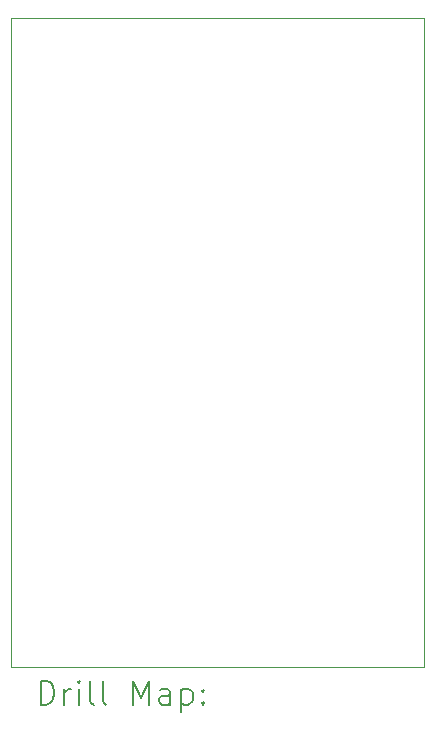
<source format=gbr>
%TF.GenerationSoftware,KiCad,Pcbnew,(6.0.9)*%
%TF.CreationDate,2023-02-13T11:25:59-05:00*%
%TF.ProjectId,1W Experiments,31572045-7870-4657-9269-6d656e74732e,rev?*%
%TF.SameCoordinates,Original*%
%TF.FileFunction,Drillmap*%
%TF.FilePolarity,Positive*%
%FSLAX45Y45*%
G04 Gerber Fmt 4.5, Leading zero omitted, Abs format (unit mm)*
G04 Created by KiCad (PCBNEW (6.0.9)) date 2023-02-13 11:25:59*
%MOMM*%
%LPD*%
G01*
G04 APERTURE LIST*
%ADD10C,0.100000*%
%ADD11C,0.200000*%
G04 APERTURE END LIST*
D10*
X7300000Y-7300000D02*
X10800000Y-7300000D01*
X10800000Y-7300000D02*
X10800000Y-12800000D01*
X10800000Y-12800000D02*
X7300000Y-12800000D01*
X7300000Y-12800000D02*
X7300000Y-7300000D01*
D11*
X7552619Y-13115476D02*
X7552619Y-12915476D01*
X7600238Y-12915476D01*
X7628809Y-12925000D01*
X7647857Y-12944048D01*
X7657381Y-12963095D01*
X7666905Y-13001190D01*
X7666905Y-13029762D01*
X7657381Y-13067857D01*
X7647857Y-13086905D01*
X7628809Y-13105952D01*
X7600238Y-13115476D01*
X7552619Y-13115476D01*
X7752619Y-13115476D02*
X7752619Y-12982143D01*
X7752619Y-13020238D02*
X7762143Y-13001190D01*
X7771667Y-12991667D01*
X7790714Y-12982143D01*
X7809762Y-12982143D01*
X7876428Y-13115476D02*
X7876428Y-12982143D01*
X7876428Y-12915476D02*
X7866905Y-12925000D01*
X7876428Y-12934524D01*
X7885952Y-12925000D01*
X7876428Y-12915476D01*
X7876428Y-12934524D01*
X8000238Y-13115476D02*
X7981190Y-13105952D01*
X7971667Y-13086905D01*
X7971667Y-12915476D01*
X8105000Y-13115476D02*
X8085952Y-13105952D01*
X8076428Y-13086905D01*
X8076428Y-12915476D01*
X8333571Y-13115476D02*
X8333571Y-12915476D01*
X8400238Y-13058333D01*
X8466905Y-12915476D01*
X8466905Y-13115476D01*
X8647857Y-13115476D02*
X8647857Y-13010714D01*
X8638333Y-12991667D01*
X8619286Y-12982143D01*
X8581190Y-12982143D01*
X8562143Y-12991667D01*
X8647857Y-13105952D02*
X8628810Y-13115476D01*
X8581190Y-13115476D01*
X8562143Y-13105952D01*
X8552619Y-13086905D01*
X8552619Y-13067857D01*
X8562143Y-13048809D01*
X8581190Y-13039286D01*
X8628810Y-13039286D01*
X8647857Y-13029762D01*
X8743095Y-12982143D02*
X8743095Y-13182143D01*
X8743095Y-12991667D02*
X8762143Y-12982143D01*
X8800238Y-12982143D01*
X8819286Y-12991667D01*
X8828810Y-13001190D01*
X8838333Y-13020238D01*
X8838333Y-13077381D01*
X8828810Y-13096428D01*
X8819286Y-13105952D01*
X8800238Y-13115476D01*
X8762143Y-13115476D01*
X8743095Y-13105952D01*
X8924048Y-13096428D02*
X8933571Y-13105952D01*
X8924048Y-13115476D01*
X8914524Y-13105952D01*
X8924048Y-13096428D01*
X8924048Y-13115476D01*
X8924048Y-12991667D02*
X8933571Y-13001190D01*
X8924048Y-13010714D01*
X8914524Y-13001190D01*
X8924048Y-12991667D01*
X8924048Y-13010714D01*
M02*

</source>
